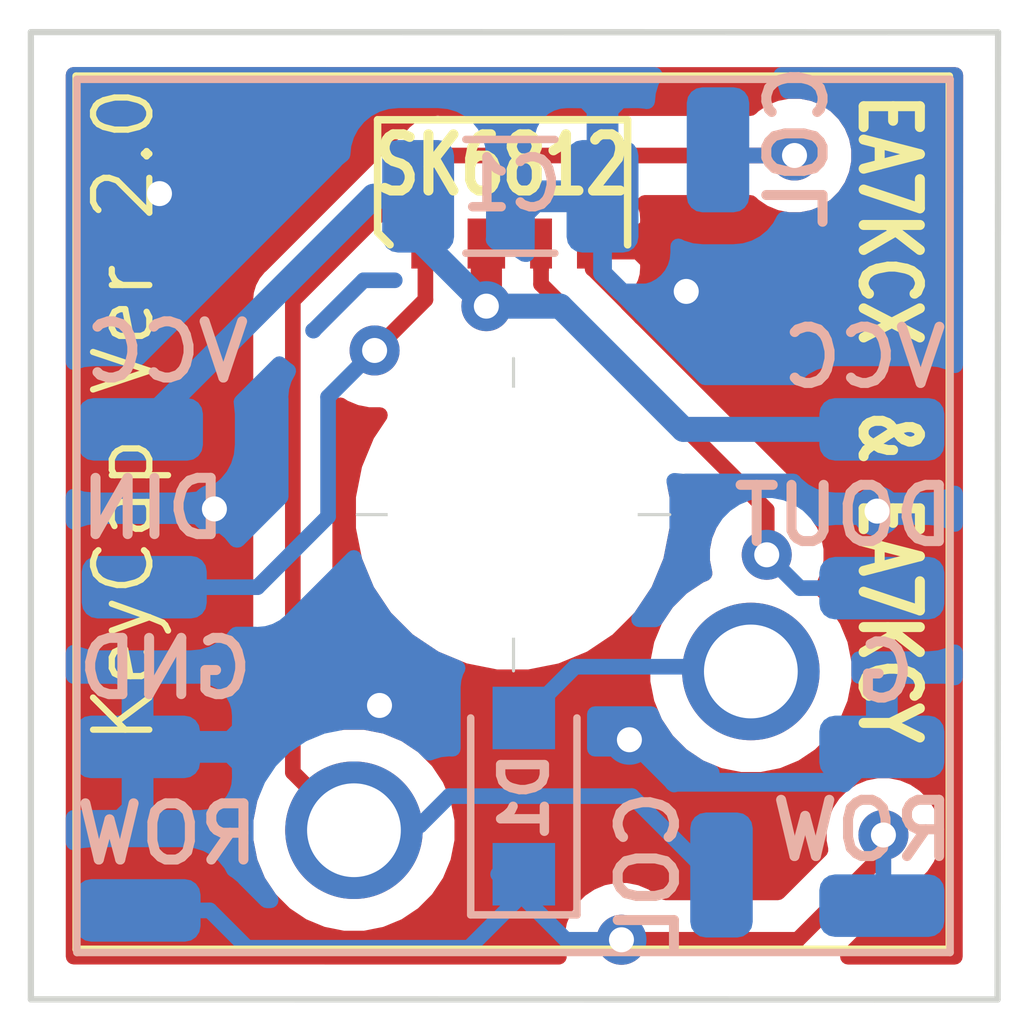
<source format=kicad_pcb>
(kicad_pcb (version 20171130) (host pcbnew 5.1.9)

  (general
    (thickness 1.6)
    (drawings 11)
    (tracks 93)
    (zones 0)
    (modules 14)
    (nets 8)
  )

  (page A4)
  (layers
    (0 F.Cu signal)
    (31 B.Cu signal)
    (32 B.Adhes user)
    (33 F.Adhes user)
    (34 B.Paste user)
    (35 F.Paste user)
    (36 B.SilkS user)
    (37 F.SilkS user)
    (38 B.Mask user)
    (39 F.Mask user)
    (40 Dwgs.User user)
    (41 Cmts.User user)
    (42 Eco1.User user)
    (43 Eco2.User user)
    (44 Edge.Cuts user)
    (45 Margin user)
    (46 B.CrtYd user)
    (47 F.CrtYd user)
    (48 B.Fab user)
    (49 F.Fab user)
  )

  (setup
    (last_trace_width 0.25)
    (trace_clearance 0.2)
    (zone_clearance 0.508)
    (zone_45_only no)
    (trace_min 0.2)
    (via_size 0.8)
    (via_drill 0.4)
    (via_min_size 0.4)
    (via_min_drill 0.3)
    (uvia_size 0.3)
    (uvia_drill 0.1)
    (uvias_allowed no)
    (uvia_min_size 0.2)
    (uvia_min_drill 0.1)
    (edge_width 0.05)
    (segment_width 0.2)
    (pcb_text_width 0.3)
    (pcb_text_size 1.5 1.5)
    (mod_edge_width 0.12)
    (mod_text_size 1 1)
    (mod_text_width 0.15)
    (pad_size 1 2)
    (pad_drill 0)
    (pad_to_mask_clearance 0)
    (solder_mask_min_width 0.1)
    (aux_axis_origin 0 0)
    (visible_elements FFFFF77F)
    (pcbplotparams
      (layerselection 0x010fc_ffffffff)
      (usegerberextensions false)
      (usegerberattributes true)
      (usegerberadvancedattributes true)
      (creategerberjobfile true)
      (excludeedgelayer true)
      (linewidth 0.100000)
      (plotframeref false)
      (viasonmask false)
      (mode 1)
      (useauxorigin false)
      (hpglpennumber 1)
      (hpglpenspeed 20)
      (hpglpendiameter 15.000000)
      (psnegative false)
      (psa4output false)
      (plotreference true)
      (plotvalue true)
      (plotinvisibletext false)
      (padsonsilk false)
      (subtractmaskfromsilk false)
      (outputformat 1)
      (mirror false)
      (drillshape 0)
      (scaleselection 1)
      (outputdirectory "./"))
  )

  (net 0 "")
  (net 1 /VCC)
  (net 2 GND)
  (net 3 /DIN)
  (net 4 /DOUT)
  (net 5 "Net-(D1-Pad2)")
  (net 6 /ROW)
  (net 7 /COL)

  (net_class Default "This is the default net class."
    (clearance 0.2)
    (trace_width 0.25)
    (via_dia 0.8)
    (via_drill 0.4)
    (uvia_dia 0.3)
    (uvia_drill 0.1)
    (add_net /COL)
    (add_net /DIN)
    (add_net /DOUT)
    (add_net /ROW)
    (add_net /VCC)
    (add_net GND)
    (add_net "Net-(D1-Pad2)")
  )

  (module Button_Switch_Keyboard:SW_Cherry_MX_1.00u_Plate (layer F.Cu) (tedit 604D1D86) (tstamp 604E72DE)
    (at 118.5799 118.3386 180)
    (descr "Cherry MX keyswitch, 1.00u, plate mount, http://cherryamericas.com/wp-content/uploads/2014/12/mx_cat.pdf")
    (tags "Cherry MX keyswitch 1.00u plate")
    (path /605DB0B6)
    (fp_text reference SW1 (at 0.635 3.175) (layer F.SilkS) hide
      (effects (font (size 1 1) (thickness 0.15)))
    )
    (fp_text value SW_Push_Open (at -2.54 12.954) (layer F.Fab) hide
      (effects (font (size 1 1) (thickness 0.15)))
    )
    (fp_line (start -9.525 12.065) (end -9.525 -1.905) (layer F.SilkS) (width 0.12))
    (fp_line (start 4.445 12.065) (end -9.525 12.065) (layer F.SilkS) (width 0.12))
    (fp_line (start 4.445 -1.905) (end 4.445 12.065) (layer F.SilkS) (width 0.12))
    (fp_line (start -9.525 -1.905) (end 4.445 -1.905) (layer F.SilkS) (width 0.12))
    (fp_line (start -10.668 13.208) (end -10.668 -3.048) (layer F.Fab) (width 0.15))
    (fp_line (start 5.588 13.208) (end -10.668 13.208) (layer F.Fab) (width 0.15))
    (fp_line (start 5.588 -3.048) (end 5.588 13.208) (layer F.Fab) (width 0.15))
    (fp_line (start -10.668 -3.048) (end 5.588 -3.048) (layer F.Fab) (width 0.15))
    (fp_line (start -9.14 -1.52) (end 4.06 -1.52) (layer F.CrtYd) (width 0.05))
    (fp_line (start 4.06 -1.52) (end 4.06 11.68) (layer F.CrtYd) (width 0.05))
    (fp_line (start 4.06 11.68) (end -9.14 11.68) (layer F.CrtYd) (width 0.05))
    (fp_line (start -9.14 11.68) (end -9.14 -1.52) (layer F.CrtYd) (width 0.05))
    (fp_line (start -8.89 11.43) (end -8.89 -1.27) (layer F.Fab) (width 0.1))
    (fp_line (start 3.81 11.43) (end -8.89 11.43) (layer F.Fab) (width 0.1))
    (fp_line (start 3.81 -1.27) (end 3.81 11.43) (layer F.Fab) (width 0.1))
    (fp_line (start -8.89 -1.27) (end 3.81 -1.27) (layer F.Fab) (width 0.1))
    (fp_text user %R (at -2.54 -2.794) (layer F.Fab) hide
      (effects (font (size 1 1) (thickness 0.15)))
    )
    (pad 1 thru_hole circle (at 0 0 180) (size 2.2 2.2) (drill 1.5) (layers *.Cu *.Mask)
      (net 7 /COL))
    (pad 2 thru_hole circle (at -6.35 2.54 180) (size 2.2 2.2) (drill 1.5) (layers *.Cu *.Mask)
      (net 5 "Net-(D1-Pad2)"))
    (pad "" np_thru_hole circle (at -2.54 5.08 180) (size 4 4) (drill 4) (layers *.Cu *.Mask))
    (model ${KISYS3DMOD}/Button_Switch_Keyboard.3dshapes/SW_Cherry_MX_1.00u_Plate.wrl
      (at (xyz 0 0 0))
      (scale (xyz 1 1 1))
      (rotate (xyz 0 0 0))
    )
  )

  (module Connector_Wire:SolderWirePad_1x01_SMD_1x2mm (layer B.Cu) (tedit 5DD6EB27) (tstamp 604E7279)
    (at 127.0254 117.0051 270)
    (descr "Wire Pad, Square, SMD Pad,  5mm x 10mm,")
    (tags "MesurementPoint Square SMDPad 5mmx10mm ")
    (path /6055F2B5)
    (attr virtual)
    (fp_text reference J6 (at 0 2.54 270) (layer B.SilkS) hide
      (effects (font (size 1 1) (thickness 0.15)) (justify mirror))
    )
    (fp_text value Conn_01x01_Female (at 0 -2.54 270) (layer B.Fab) hide
      (effects (font (size 1 1) (thickness 0.15)) (justify mirror))
    )
    (fp_line (start 0.63 1.27) (end -0.63 1.27) (layer B.CrtYd) (width 0.05))
    (fp_line (start 0.63 -1.27) (end 0.63 1.27) (layer B.CrtYd) (width 0.05))
    (fp_line (start -0.63 -1.27) (end 0.63 -1.27) (layer B.CrtYd) (width 0.05))
    (fp_line (start -0.63 1.27) (end -0.63 -1.27) (layer B.CrtYd) (width 0.05))
    (fp_line (start -0.63 1.27) (end 0.63 1.27) (layer B.Fab) (width 0.1))
    (fp_line (start 0.63 1.27) (end 0.63 -1.27) (layer B.Fab) (width 0.1))
    (fp_line (start 0.63 -1.27) (end -0.63 -1.27) (layer B.Fab) (width 0.1))
    (fp_line (start -0.63 -1.27) (end -0.63 1.27) (layer B.Fab) (width 0.1))
    (fp_text user %R (at 0 0 270) (layer B.Fab) hide
      (effects (font (size 1 1) (thickness 0.15)) (justify mirror))
    )
    (fp_text user G (at -1.19634 -0.05588) (layer B.SilkS)
      (effects (font (size 0.9 0.9) (thickness 0.16)) (justify mirror))
    )
    (pad 1 smd roundrect (at 0 0 270) (size 1 2) (layers B.Cu B.Paste B.Mask) (roundrect_rratio 0.25)
      (net 2 GND))
  )

  (module Battery:LED_SK6812_4020_ (layer F.Cu) (tedit 604E61BB) (tstamp 604E7305)
    (at 121.158 107.7722)
    (fp_text reference REF** (at 0.08 -1.61) (layer F.SilkS) hide
      (effects (font (size 1 1) (thickness 0.15)))
    )
    (fp_text value SK6812 (at -0.2032 -0.0762) (layer F.SilkS)
      (effects (font (size 0.9 0.7) (thickness 0.16)))
    )
    (fp_line (start -2.2 1) (end -2 1.2) (layer F.SilkS) (width 0.12))
    (fp_line (start -2.2 -0.8) (end -2.2 1) (layer F.SilkS) (width 0.12))
    (fp_line (start 1.8 -0.8) (end -2.2 -0.8) (layer F.SilkS) (width 0.12))
    (fp_line (start 1.8 1.2) (end 1.8 -0.8) (layer F.SilkS) (width 0.12))
    (pad 1 smd rect (at -1.435 1.18) (size 0.45 0.8) (layers F.Cu F.Paste F.Mask)
      (net 3 /DIN))
    (pad 2 smd rect (at -0.46 1.18) (size 0.6 0.8) (layers F.Cu F.Paste F.Mask)
      (net 1 /VCC))
    (pad 3 smd rect (at 0.415 1.18) (size 0.35 0.8) (layers F.Cu F.Paste F.Mask)
      (net 4 /DOUT))
    (pad 4 smd rect (at 1.24 1.18) (size 0.5 0.8) (layers F.Cu F.Paste F.Mask)
      (net 2 GND))
  )

  (module Connector_Wire:SolderWirePad_1x01_SMD_1x2mm (layer B.Cu) (tedit 5DD6EB27) (tstamp 604E729A)
    (at 115.1636 111.9251 90)
    (descr "Wire Pad, Square, SMD Pad,  5mm x 10mm,")
    (tags "MesurementPoint Square SMDPad 5mmx10mm ")
    (path /60553D99)
    (attr virtual)
    (fp_text reference J1 (at 0 2.54 270) (layer B.SilkS) hide
      (effects (font (size 1 1) (thickness 0.15)) (justify mirror))
    )
    (fp_text value Conn_01x01_Female (at 0 -2.54 270) (layer B.Fab) hide
      (effects (font (size 1 1) (thickness 0.15)) (justify mirror))
    )
    (fp_line (start 0.63 1.27) (end -0.63 1.27) (layer B.CrtYd) (width 0.05))
    (fp_line (start 0.63 -1.27) (end 0.63 1.27) (layer B.CrtYd) (width 0.05))
    (fp_line (start -0.63 -1.27) (end 0.63 -1.27) (layer B.CrtYd) (width 0.05))
    (fp_line (start -0.63 1.27) (end -0.63 -1.27) (layer B.CrtYd) (width 0.05))
    (fp_line (start -0.63 1.27) (end 0.63 1.27) (layer B.Fab) (width 0.1))
    (fp_line (start 0.63 1.27) (end 0.63 -1.27) (layer B.Fab) (width 0.1))
    (fp_line (start 0.63 -1.27) (end -0.63 -1.27) (layer B.Fab) (width 0.1))
    (fp_line (start -0.63 -1.27) (end -0.63 1.27) (layer B.Fab) (width 0.1))
    (fp_text user %R (at 0 0 270) (layer B.Fab) hide
      (effects (font (size 1 1) (thickness 0.15)) (justify mirror))
    )
    (fp_text user VCC (at 1.23698 0.42672) (layer B.SilkS)
      (effects (font (size 0.9 0.9) (thickness 0.16)) (justify mirror))
    )
    (pad 1 smd roundrect (at 0 0 90) (size 1 2) (layers B.Cu B.Paste B.Mask) (roundrect_rratio 0.25)
      (net 1 /VCC))
  )

  (module Connector_Wire:SolderWirePad_1x01_SMD_1x2mm (layer B.Cu) (tedit 5DD6EB27) (tstamp 604E72CE)
    (at 115.11788 117.0051 270)
    (descr "Wire Pad, Square, SMD Pad,  5mm x 10mm,")
    (tags "MesurementPoint Square SMDPad 5mmx10mm ")
    (path /60553595)
    (attr virtual)
    (fp_text reference J3 (at 0 2.54 270) (layer B.SilkS) hide
      (effects (font (size 1 1) (thickness 0.15)) (justify mirror))
    )
    (fp_text value Conn_01x01_Female (at 0 -2.54 270) (layer B.Fab) hide
      (effects (font (size 1 1) (thickness 0.15)) (justify mirror))
    )
    (fp_line (start 0.63 1.27) (end -0.63 1.27) (layer B.CrtYd) (width 0.05))
    (fp_line (start 0.63 -1.27) (end 0.63 1.27) (layer B.CrtYd) (width 0.05))
    (fp_line (start -0.63 -1.27) (end 0.63 -1.27) (layer B.CrtYd) (width 0.05))
    (fp_line (start -0.63 1.27) (end -0.63 -1.27) (layer B.CrtYd) (width 0.05))
    (fp_line (start -0.63 1.27) (end 0.63 1.27) (layer B.Fab) (width 0.1))
    (fp_line (start 0.63 1.27) (end 0.63 -1.27) (layer B.Fab) (width 0.1))
    (fp_line (start 0.63 -1.27) (end -0.63 -1.27) (layer B.Fab) (width 0.1))
    (fp_line (start -0.63 -1.27) (end -0.63 1.27) (layer B.Fab) (width 0.1))
    (fp_text user %R (at 0 0 270) (layer B.Fab) hide
      (effects (font (size 1 1) (thickness 0.15)) (justify mirror))
    )
    (fp_text user GND (at -1.25222 -0.44196 180) (layer B.SilkS)
      (effects (font (size 0.9 0.9) (thickness 0.16)) (justify mirror))
    )
    (pad 1 smd roundrect (at 0 0 270) (size 1 2) (layers B.Cu B.Paste B.Mask) (roundrect_rratio 0.25)
      (net 2 GND))
  )

  (module Connector_Wire:SolderWirePad_1x01_SMD_1x2mm (layer B.Cu) (tedit 5DD6EB27) (tstamp 604E7237)
    (at 127.0254 114.4651 270)
    (descr "Wire Pad, Square, SMD Pad,  5mm x 10mm,")
    (tags "MesurementPoint Square SMDPad 5mmx10mm ")
    (path /6055F6F8)
    (attr virtual)
    (fp_text reference J5 (at 0 2.54 270) (layer B.SilkS) hide
      (effects (font (size 1 1) (thickness 0.15)) (justify mirror))
    )
    (fp_text value Conn_01x01_Female (at 0 -2.54 270) (layer B.Fab) hide
      (effects (font (size 1 1) (thickness 0.15)) (justify mirror))
    )
    (fp_line (start 0.63 1.27) (end -0.63 1.27) (layer B.CrtYd) (width 0.05))
    (fp_line (start 0.63 -1.27) (end 0.63 1.27) (layer B.CrtYd) (width 0.05))
    (fp_line (start -0.63 -1.27) (end 0.63 -1.27) (layer B.CrtYd) (width 0.05))
    (fp_line (start -0.63 1.27) (end -0.63 -1.27) (layer B.CrtYd) (width 0.05))
    (fp_line (start -0.63 1.27) (end 0.63 1.27) (layer B.Fab) (width 0.1))
    (fp_line (start 0.63 1.27) (end 0.63 -1.27) (layer B.Fab) (width 0.1))
    (fp_line (start 0.63 -1.27) (end -0.63 -1.27) (layer B.Fab) (width 0.1))
    (fp_line (start -0.63 -1.27) (end -0.63 1.27) (layer B.Fab) (width 0.1))
    (fp_text user %R (at 0 0 270) (layer B.Fab) hide
      (effects (font (size 1 1) (thickness 0.15)) (justify mirror))
    )
    (fp_text user DOUT (at -1.16078 0.6096) (layer B.SilkS)
      (effects (font (size 0.9 0.9) (thickness 0.16)) (justify mirror))
    )
    (pad 1 smd roundrect (at 0 0 270) (size 1 2) (layers B.Cu B.Paste B.Mask) (roundrect_rratio 0.25)
      (net 4 /DOUT))
  )

  (module Connector_Wire:SolderWirePad_1x01_SMD_1x2mm (layer B.Cu) (tedit 5DD6EB27) (tstamp 604E72A8)
    (at 127.0254 111.9251 270)
    (descr "Wire Pad, Square, SMD Pad,  5mm x 10mm,")
    (tags "MesurementPoint Square SMDPad 5mmx10mm ")
    (path /6055FBC7)
    (attr virtual)
    (fp_text reference J4 (at 0 2.54 270) (layer B.SilkS) hide
      (effects (font (size 1 1) (thickness 0.15)) (justify mirror))
    )
    (fp_text value Conn_01x01_Female (at 0 -2.54 270) (layer B.Fab) hide
      (effects (font (size 1 1) (thickness 0.15)) (justify mirror))
    )
    (fp_line (start 0.63 1.27) (end -0.63 1.27) (layer B.CrtYd) (width 0.05))
    (fp_line (start 0.63 -1.27) (end 0.63 1.27) (layer B.CrtYd) (width 0.05))
    (fp_line (start -0.63 -1.27) (end 0.63 -1.27) (layer B.CrtYd) (width 0.05))
    (fp_line (start -0.63 1.27) (end -0.63 -1.27) (layer B.CrtYd) (width 0.05))
    (fp_line (start -0.63 1.27) (end 0.63 1.27) (layer B.Fab) (width 0.1))
    (fp_line (start 0.63 1.27) (end 0.63 -1.27) (layer B.Fab) (width 0.1))
    (fp_line (start 0.63 -1.27) (end -0.63 -1.27) (layer B.Fab) (width 0.1))
    (fp_line (start -0.63 -1.27) (end -0.63 1.27) (layer B.Fab) (width 0.1))
    (fp_text user %R (at 0 0 270) (layer B.Fab) hide
      (effects (font (size 1 1) (thickness 0.15)) (justify mirror))
    )
    (fp_text user VCC (at -1.15062 0.2794) (layer B.SilkS)
      (effects (font (size 0.9 0.9) (thickness 0.16)) (justify mirror))
    )
    (pad 1 smd roundrect (at 0 0 270) (size 1 2) (layers B.Cu B.Paste B.Mask) (roundrect_rratio 0.25)
      (net 1 /VCC))
  )

  (module Capacitor_SMD:C_1206_3216Metric (layer B.Cu) (tedit 5F68FEEE) (tstamp 604E7214)
    (at 121.0818 108.19638)
    (descr "Capacitor SMD 1206 (3216 Metric), square (rectangular) end terminal, IPC_7351 nominal, (Body size source: IPC-SM-782 page 76, https://www.pcb-3d.com/wordpress/wp-content/uploads/ipc-sm-782a_amendment_1_and_2.pdf), generated with kicad-footprint-generator")
    (tags capacitor)
    (path /604BD4CF)
    (attr smd)
    (fp_text reference C1 (at 0 1.85 180) (layer B.SilkS) hide
      (effects (font (size 1 1) (thickness 0.15)) (justify mirror))
    )
    (fp_text value 0.1uF (at 0 -1.85 180) (layer B.Fab) hide
      (effects (font (size 1 1) (thickness 0.15)) (justify mirror))
    )
    (fp_line (start 2.3 -1.15) (end -2.3 -1.15) (layer B.CrtYd) (width 0.05))
    (fp_line (start 2.3 1.15) (end 2.3 -1.15) (layer B.CrtYd) (width 0.05))
    (fp_line (start -2.3 1.15) (end 2.3 1.15) (layer B.CrtYd) (width 0.05))
    (fp_line (start -2.3 -1.15) (end -2.3 1.15) (layer B.CrtYd) (width 0.05))
    (fp_line (start -0.711252 -0.91) (end 0.711252 -0.91) (layer B.SilkS) (width 0.12))
    (fp_line (start -0.711252 0.91) (end 0.711252 0.91) (layer B.SilkS) (width 0.12))
    (fp_line (start 1.6 -0.8) (end -1.6 -0.8) (layer B.Fab) (width 0.1))
    (fp_line (start 1.6 0.8) (end 1.6 -0.8) (layer B.Fab) (width 0.1))
    (fp_line (start -1.6 0.8) (end 1.6 0.8) (layer B.Fab) (width 0.1))
    (fp_line (start -1.6 -0.8) (end -1.6 0.8) (layer B.Fab) (width 0.1))
    (fp_text user %R (at 0.0254 -0.19558 180) (layer B.SilkS)
      (effects (font (size 0.8 0.8) (thickness 0.15)) (justify mirror))
    )
    (pad 1 smd roundrect (at -1.475 0) (size 1.15 1.8) (layers B.Cu B.Paste B.Mask) (roundrect_rratio 0.2173904347826087)
      (net 1 /VCC))
    (pad 2 smd roundrect (at 1.475 0) (size 1.15 1.8) (layers B.Cu B.Paste B.Mask) (roundrect_rratio 0.2173904347826087)
      (net 2 GND))
    (model ${KISYS3DMOD}/Capacitor_SMD.3dshapes/C_1206_3216Metric.wrl
      (at (xyz 0 0 0))
      (scale (xyz 1 1 1))
      (rotate (xyz 0 0 0))
    )
  )

  (module Connector_Wire:SolderWirePad_1x01_SMD_1x2mm (layer B.Cu) (tedit 5DD6EB27) (tstamp 604E7247)
    (at 124.46 119.05488 180)
    (descr "Wire Pad, Square, SMD Pad,  5mm x 10mm,")
    (tags "MesurementPoint Square SMDPad 5mmx10mm ")
    (path /6059A672)
    (attr virtual)
    (fp_text reference J8 (at 0 2.54) (layer B.SilkS) hide
      (effects (font (size 1 1) (thickness 0.15)) (justify mirror))
    )
    (fp_text value Conn_01x01_Female (at 0 -2.54) (layer B.Fab) hide
      (effects (font (size 1 1) (thickness 0.15)) (justify mirror))
    )
    (fp_line (start -0.63 -1.27) (end -0.63 1.27) (layer B.Fab) (width 0.1))
    (fp_line (start 0.63 -1.27) (end -0.63 -1.27) (layer B.Fab) (width 0.1))
    (fp_line (start 0.63 1.27) (end 0.63 -1.27) (layer B.Fab) (width 0.1))
    (fp_line (start -0.63 1.27) (end 0.63 1.27) (layer B.Fab) (width 0.1))
    (fp_line (start -0.63 1.27) (end -0.63 -1.27) (layer B.CrtYd) (width 0.05))
    (fp_line (start -0.63 -1.27) (end 0.63 -1.27) (layer B.CrtYd) (width 0.05))
    (fp_line (start 0.63 -1.27) (end 0.63 1.27) (layer B.CrtYd) (width 0.05))
    (fp_line (start 0.63 1.27) (end -0.63 1.27) (layer B.CrtYd) (width 0.05))
    (fp_text user COL (at 1.1684 0.0508 270) (layer B.SilkS)
      (effects (font (size 0.9 0.9) (thickness 0.16)) (justify mirror))
    )
    (fp_text user %R (at 0 0) (layer B.Fab) hide
      (effects (font (size 1 1) (thickness 0.15)) (justify mirror))
    )
    (pad 1 smd roundrect (at 0 0 180) (size 1 2) (layers B.Cu B.Paste B.Mask) (roundrect_rratio 0.25)
      (net 7 /COL))
  )

  (module Connector_Wire:SolderWirePad_1x01_SMD_1x2mm (layer B.Cu) (tedit 5DD6EB27) (tstamp 604E71FA)
    (at 115.1255 119.6213 90)
    (descr "Wire Pad, Square, SMD Pad,  5mm x 10mm,")
    (tags "MesurementPoint Square SMDPad 5mmx10mm ")
    (path /6062AF6E)
    (attr virtual)
    (fp_text reference J10 (at 0 2.54 270) (layer B.SilkS) hide
      (effects (font (size 1 1) (thickness 0.15)) (justify mirror))
    )
    (fp_text value Conn_01x01_Female (at 0 -2.54 270) (layer B.Fab) hide
      (effects (font (size 1 1) (thickness 0.15)) (justify mirror))
    )
    (fp_line (start 0.63 1.27) (end -0.63 1.27) (layer B.CrtYd) (width 0.05))
    (fp_line (start 0.63 -1.27) (end 0.63 1.27) (layer B.CrtYd) (width 0.05))
    (fp_line (start -0.63 -1.27) (end 0.63 -1.27) (layer B.CrtYd) (width 0.05))
    (fp_line (start -0.63 1.27) (end -0.63 -1.27) (layer B.CrtYd) (width 0.05))
    (fp_line (start -0.63 1.27) (end 0.63 1.27) (layer B.Fab) (width 0.1))
    (fp_line (start 0.63 1.27) (end 0.63 -1.27) (layer B.Fab) (width 0.1))
    (fp_line (start 0.63 -1.27) (end -0.63 -1.27) (layer B.Fab) (width 0.1))
    (fp_line (start -0.63 -1.27) (end -0.63 1.27) (layer B.Fab) (width 0.1))
    (fp_text user ROW (at 1.22174 0.46482 180) (layer B.SilkS)
      (effects (font (size 0.9 0.9) (thickness 0.16)) (justify mirror))
    )
    (fp_text user %R (at 0 0 270) (layer B.Fab) hide
      (effects (font (size 1 1) (thickness 0.15)) (justify mirror))
    )
    (pad 1 smd roundrect (at 0 0 90) (size 1 2) (layers B.Cu B.Paste B.Mask) (roundrect_rratio 0.25)
      (net 6 /ROW))
  )

  (module Connector_Wire:SolderWirePad_1x01_SMD_1x2mm (layer B.Cu) (tedit 5DD6EB27) (tstamp 604E72B8)
    (at 124.40412 107.45216)
    (descr "Wire Pad, Square, SMD Pad,  5mm x 10mm,")
    (tags "MesurementPoint Square SMDPad 5mmx10mm ")
    (path /6059A66C)
    (attr virtual)
    (fp_text reference J9 (at 0 2.54) (layer B.SilkS) hide
      (effects (font (size 1 1) (thickness 0.15)) (justify mirror))
    )
    (fp_text value Conn_01x01_Female (at 0 -2.54) (layer B.Fab) hide
      (effects (font (size 1 1) (thickness 0.15)) (justify mirror))
    )
    (fp_line (start -0.63 -1.27) (end -0.63 1.27) (layer B.Fab) (width 0.1))
    (fp_line (start 0.63 -1.27) (end -0.63 -1.27) (layer B.Fab) (width 0.1))
    (fp_line (start 0.63 1.27) (end 0.63 -1.27) (layer B.Fab) (width 0.1))
    (fp_line (start -0.63 1.27) (end 0.63 1.27) (layer B.Fab) (width 0.1))
    (fp_line (start -0.63 1.27) (end -0.63 -1.27) (layer B.CrtYd) (width 0.05))
    (fp_line (start -0.63 -1.27) (end 0.63 -1.27) (layer B.CrtYd) (width 0.05))
    (fp_line (start 0.63 -1.27) (end 0.63 1.27) (layer B.CrtYd) (width 0.05))
    (fp_line (start 0.63 1.27) (end -0.63 1.27) (layer B.CrtYd) (width 0.05))
    (fp_text user COL (at 1.26492 -0.04826 -90) (layer B.SilkS)
      (effects (font (size 0.9 0.9) (thickness 0.16)) (justify mirror))
    )
    (fp_text user %R (at 0 0) (layer B.Fab) hide
      (effects (font (size 1 1) (thickness 0.15)) (justify mirror))
    )
    (pad 1 smd roundrect (at 0 0) (size 1 2) (layers B.Cu B.Paste B.Mask) (roundrect_rratio 0.25)
      (net 7 /COL))
  )

  (module Diode_SMD:D_SOD-323_HandSoldering (layer B.Cu) (tedit 58641869) (tstamp 604E725F)
    (at 121.2977 117.7925 90)
    (descr SOD-323)
    (tags SOD-323)
    (path /6059A657)
    (attr smd)
    (fp_text reference D1 (at -0.0127 0.0127 270) (layer B.SilkS)
      (effects (font (size 0.7 0.7) (thickness 0.15)) (justify mirror))
    )
    (fp_text value 1N4148 (at 0.1 -1.9 270) (layer B.Fab) hide
      (effects (font (size 1 1) (thickness 0.15)) (justify mirror))
    )
    (fp_line (start -1.9 0.85) (end 1.25 0.85) (layer B.SilkS) (width 0.12))
    (fp_line (start -1.9 -0.85) (end 1.25 -0.85) (layer B.SilkS) (width 0.12))
    (fp_line (start -2 0.95) (end -2 -0.95) (layer B.CrtYd) (width 0.05))
    (fp_line (start -2 -0.95) (end 2 -0.95) (layer B.CrtYd) (width 0.05))
    (fp_line (start 2 0.95) (end 2 -0.95) (layer B.CrtYd) (width 0.05))
    (fp_line (start -2 0.95) (end 2 0.95) (layer B.CrtYd) (width 0.05))
    (fp_line (start -0.9 0.7) (end 0.9 0.7) (layer B.Fab) (width 0.1))
    (fp_line (start 0.9 0.7) (end 0.9 -0.7) (layer B.Fab) (width 0.1))
    (fp_line (start 0.9 -0.7) (end -0.9 -0.7) (layer B.Fab) (width 0.1))
    (fp_line (start -0.9 -0.7) (end -0.9 0.7) (layer B.Fab) (width 0.1))
    (fp_line (start -0.3 0.35) (end -0.3 -0.35) (layer B.Fab) (width 0.1))
    (fp_line (start -0.3 0) (end -0.5 0) (layer B.Fab) (width 0.1))
    (fp_line (start -0.3 0) (end 0.2 0.35) (layer B.Fab) (width 0.1))
    (fp_line (start 0.2 0.35) (end 0.2 -0.35) (layer B.Fab) (width 0.1))
    (fp_line (start 0.2 -0.35) (end -0.3 0) (layer B.Fab) (width 0.1))
    (fp_line (start 0.2 0) (end 0.45 0) (layer B.Fab) (width 0.1))
    (fp_line (start -1.9 0.85) (end -1.9 -0.85) (layer B.SilkS) (width 0.12))
    (fp_text user %R (at 0 1.85 270) (layer B.Fab) hide
      (effects (font (size 1 1) (thickness 0.15)) (justify mirror))
    )
    (pad 1 smd rect (at -1.25 0 90) (size 1 1) (layers B.Cu B.Paste B.Mask)
      (net 6 /ROW))
    (pad 2 smd rect (at 1.25 0 90) (size 1 1) (layers B.Cu B.Paste B.Mask)
      (net 5 "Net-(D1-Pad2)"))
    (model ${KISYS3DMOD}/Diode_SMD.3dshapes/D_SOD-323.wrl
      (at (xyz 0 0 0))
      (scale (xyz 1 1 1))
      (rotate (xyz 0 0 0))
    )
  )

  (module Connector_Wire:SolderWirePad_1x01_SMD_1x2mm (layer B.Cu) (tedit 5DD6EB27) (tstamp 604E7228)
    (at 127.0254 119.5451 270)
    (descr "Wire Pad, Square, SMD Pad,  5mm x 10mm,")
    (tags "MesurementPoint Square SMDPad 5mmx10mm ")
    (path /6059A666)
    (attr virtual)
    (fp_text reference J7 (at 0 2.54 270) (layer B.SilkS) hide
      (effects (font (size 1 1) (thickness 0.15)) (justify mirror))
    )
    (fp_text value Conn_01x01_Female (at 0 -2.54 270) (layer B.Fab) hide
      (effects (font (size 1 1) (thickness 0.15)) (justify mirror))
    )
    (fp_line (start 0.63 1.27) (end -0.63 1.27) (layer B.CrtYd) (width 0.05))
    (fp_line (start 0.63 -1.27) (end 0.63 1.27) (layer B.CrtYd) (width 0.05))
    (fp_line (start -0.63 -1.27) (end 0.63 -1.27) (layer B.CrtYd) (width 0.05))
    (fp_line (start -0.63 1.27) (end -0.63 -1.27) (layer B.CrtYd) (width 0.05))
    (fp_line (start -0.63 1.27) (end 0.63 1.27) (layer B.Fab) (width 0.1))
    (fp_line (start 0.63 1.27) (end 0.63 -1.27) (layer B.Fab) (width 0.1))
    (fp_line (start 0.63 -1.27) (end -0.63 -1.27) (layer B.Fab) (width 0.1))
    (fp_line (start -0.63 -1.27) (end -0.63 1.27) (layer B.Fab) (width 0.1))
    (fp_text user %R (at 0 0 270) (layer B.Fab) hide
      (effects (font (size 1 1) (thickness 0.15)) (justify mirror))
    )
    (fp_text user ROW (at -1.20142 0.3048 180) (layer B.SilkS)
      (effects (font (size 0.9 0.9) (thickness 0.16)) (justify mirror))
    )
    (pad 1 smd roundrect (at 0 0 270) (size 1 2) (layers B.Cu B.Paste B.Mask) (roundrect_rratio 0.25)
      (net 6 /ROW))
  )

  (module Connector_Wire:SolderWirePad_1x01_SMD_1x2mm (layer B.Cu) (tedit 5DD6EB27) (tstamp 604E7289)
    (at 115.22456 114.44986 270)
    (descr "Wire Pad, Square, SMD Pad,  5mm x 10mm,")
    (tags "MesurementPoint Square SMDPad 5mmx10mm ")
    (path /60553AA1)
    (attr virtual)
    (fp_text reference J2 (at 0 2.54 270) (layer B.SilkS) hide
      (effects (font (size 1 1) (thickness 0.15)) (justify mirror))
    )
    (fp_text value Conn_01x01_Female (at 0 -2.54 270) (layer B.Fab) hide
      (effects (font (size 1 1) (thickness 0.15)) (justify mirror))
    )
    (fp_line (start 0.63 1.27) (end -0.63 1.27) (layer B.CrtYd) (width 0.05))
    (fp_line (start 0.63 -1.27) (end 0.63 1.27) (layer B.CrtYd) (width 0.05))
    (fp_line (start -0.63 -1.27) (end 0.63 -1.27) (layer B.CrtYd) (width 0.05))
    (fp_line (start -0.63 1.27) (end -0.63 -1.27) (layer B.CrtYd) (width 0.05))
    (fp_line (start -0.63 1.27) (end 0.63 1.27) (layer B.Fab) (width 0.1))
    (fp_line (start 0.63 1.27) (end 0.63 -1.27) (layer B.Fab) (width 0.1))
    (fp_line (start 0.63 -1.27) (end -0.63 -1.27) (layer B.Fab) (width 0.1))
    (fp_line (start -0.63 -1.27) (end -0.63 1.27) (layer B.Fab) (width 0.1))
    (fp_text user %R (at 0 0 270) (layer B.Fab) hide
      (effects (font (size 1 1) (thickness 0.15)) (justify mirror))
    )
    (fp_text user DIN (at -1.2573 -0.14224) (layer B.SilkS)
      (effects (font (size 0.9 0.9) (thickness 0.16)) (justify mirror))
    )
    (pad 1 smd roundrect (at 0 0 270) (size 1 2) (layers B.Cu B.Paste B.Mask) (roundrect_rratio 0.25)
      (net 3 /DIN))
  )

  (gr_text "KeyCap Ver 2.0" (at 114.89436 111.69396 90) (layer F.SilkS)
    (effects (font (size 0.9 0.9) (thickness 0.1)))
  )
  (gr_line (start 128.1176 106.3244) (end 114.1476 106.3244) (layer B.SilkS) (width 0.12) (tstamp 606D6DB2))
  (gr_line (start 128.1176 120.2944) (end 128.1176 106.3244) (layer B.SilkS) (width 0.12))
  (gr_line (start 114.1476 120.2944) (end 128.1176 120.2944) (layer B.SilkS) (width 0.12))
  (gr_line (start 114.1476 106.3244) (end 114.1476 120.2944) (layer B.SilkS) (width 0.12))
  (gr_line (start 128.87706 121.04624) (end 113.41114 121.04436) (layer Edge.Cuts) (width 0.1) (tstamp 604E7212))
  (gr_text "EA7KCX  & EA7KCY\n" (at 127.14224 111.75492 -90) (layer F.SilkS) (tstamp 604E71ED)
    (effects (font (size 0.9 0.7) (thickness 0.16)))
  )
  (gr_line (start 113.41114 121.04436) (end 113.41114 105.56936) (layer Edge.Cuts) (width 0.1) (tstamp 604E71E9))
  (gr_line (start 128.88468 105.57256) (end 128.87706 121.04624) (layer Edge.Cuts) (width 0.1) (tstamp 604E72C6))
  (target plus (at 121.1326 113.28908) (size 5) (width 0.05) (layer Edge.Cuts) (tstamp 604E72B6))
  (gr_line (start 113.41114 105.56936) (end 128.88468 105.57256) (layer Edge.Cuts) (width 0.1) (tstamp 604E72DC))

  (segment (start 122.1178 115.7224) (end 121.2977 116.5425) (width 0.25) (layer B.Cu) (net 5))
  (segment (start 124.8029 115.7224) (end 122.1178 115.7224) (width 0.25) (layer B.Cu) (net 5))
  (segment (start 121.2977 119.0425) (end 120.8859 119.0425) (width 0.25) (layer B.Cu) (net 6))
  (segment (start 118.5799 118.3894) (end 117.602 117.4115) (width 0.25) (layer F.Cu) (net 7))
  (segment (start 117.602 109.863198) (end 119.921598 107.5436) (width 0.25) (layer F.Cu) (net 7))
  (segment (start 117.602 117.4115) (end 117.602 109.863198) (width 0.25) (layer F.Cu) (net 7))
  (segment (start 123.9393 107.5436) (end 123.9393 107.5436) (width 0.25) (layer F.Cu) (net 7) (tstamp 606B306E))
  (segment (start 119.921598 107.5436) (end 123.9393 107.5436) (width 0.25) (layer F.Cu) (net 7))
  (segment (start 123.9393 107.5436) (end 125.6284 107.5436) (width 0.25) (layer F.Cu) (net 7))
  (segment (start 125.6284 107.5436) (end 125.6284 107.5436) (width 0.25) (layer F.Cu) (net 7) (tstamp 606DA1AF))
  (via (at 125.6284 107.5436) (size 0.8) (drill 0.4) (layers F.Cu B.Cu) (net 7))
  (segment (start 124.46 107.5436) (end 124.4092 107.4928) (width 0.25) (layer B.Cu) (net 7))
  (segment (start 125.6284 107.5436) (end 124.46 107.5436) (width 0.25) (layer B.Cu) (net 7))
  (segment (start 123.0249 117.7925) (end 124.4092 119.1768) (width 0.25) (layer B.Cu) (net 7))
  (segment (start 120.1039 117.7925) (end 123.0249 117.7925) (width 0.25) (layer B.Cu) (net 7))
  (segment (start 119.634 118.2624) (end 120.1039 117.7925) (width 0.25) (layer B.Cu) (net 7))
  (segment (start 118.4529 118.2624) (end 119.634 118.2624) (width 0.25) (layer B.Cu) (net 7))
  (segment (start 127.0508 118.4148) (end 127.0508 118.4148) (width 0.25) (layer F.Cu) (net 6) (tstamp 606DA201))
  (via (at 127.0508 118.4148) (size 0.8) (drill 0.4) (layers F.Cu B.Cu) (net 6))
  (segment (start 127.0508 119.5197) (end 127.0254 119.5451) (width 0.25) (layer B.Cu) (net 6))
  (segment (start 127.0508 118.4148) (end 127.0508 119.5197) (width 0.25) (layer B.Cu) (net 6))
  (segment (start 121.2977 119.0425) (end 121.2977 119.4181) (width 0.25) (layer B.Cu) (net 6))
  (segment (start 121.2977 119.4181) (end 121.9708 120.0912) (width 0.25) (layer B.Cu) (net 6))
  (segment (start 121.9708 120.0912) (end 122.7836 120.0912) (width 0.25) (layer B.Cu) (net 6))
  (segment (start 122.7836 120.0912) (end 122.7836 120.0912) (width 0.25) (layer B.Cu) (net 6) (tstamp 606DA256))
  (via (at 122.8598 120.0912) (size 0.8) (drill 0.4) (layers F.Cu B.Cu) (net 6))
  (segment (start 127.0508 118.7196) (end 127.0508 118.4148) (width 0.25) (layer F.Cu) (net 6))
  (segment (start 125.6792 120.0912) (end 127.0508 118.7196) (width 0.25) (layer F.Cu) (net 6))
  (segment (start 122.7836 120.0912) (end 125.6792 120.0912) (width 0.25) (layer F.Cu) (net 6))
  (segment (start 121.2977 119.3419) (end 121.2977 119.0425) (width 0.25) (layer B.Cu) (net 6))
  (segment (start 120.4214 120.2182) (end 121.2977 119.3419) (width 0.25) (layer B.Cu) (net 6))
  (segment (start 116.87048 120.2182) (end 120.4214 120.2182) (width 0.25) (layer B.Cu) (net 6))
  (segment (start 116.27358 119.6213) (end 116.87048 120.2182) (width 0.25) (layer B.Cu) (net 6))
  (segment (start 115.1509 119.6213) (end 116.27358 119.6213) (width 0.25) (layer B.Cu) (net 6))
  (segment (start 117.92712 110.34268) (end 117.93728 110.34268) (width 0.25) (layer B.Cu) (net 0))
  (segment (start 117.92712 110.34268) (end 117.9322 110.34268) (width 0.25) (layer B.Cu) (net 0))
  (segment (start 117.9322 110.34268) (end 118.73484 109.54004) (width 0.25) (layer B.Cu) (net 0))
  (segment (start 118.73484 109.54004) (end 119.23268 109.54004) (width 0.25) (layer B.Cu) (net 0))
  (segment (start 119.918 108.9452) (end 119.38 108.4072) (width 0.25) (layer B.Cu) (net 1) (tstamp 604E7304))
  (segment (start 119.918 108.9522) (end 119.918 108.9452) (width 0.25) (layer B.Cu) (net 1) (tstamp 604E72F9))
  (segment (start 119.6068 108.4819) (end 119.6068 108.19638) (width 0.25) (layer B.Cu) (net 1))
  (segment (start 120.698 109.9538) (end 120.698 109.9538) (width 0.25) (layer F.Cu) (net 1) (tstamp 606B0D10))
  (via (at 120.698 109.9538) (size 0.8) (drill 0.4) (layers F.Cu B.Cu) (net 1))
  (segment (start 120.698 108.9522) (end 120.698 109.9538) (width 0.5) (layer F.Cu) (net 1))
  (segment (start 119.6068 108.19638) (end 119.6068 108.8408) (width 0.25) (layer B.Cu) (net 1))
  (segment (start 119.6068 108.8626) (end 120.698 109.9538) (width 0.4) (layer B.Cu) (net 1))
  (segment (start 119.6068 108.19638) (end 119.6068 108.8626) (width 0.25) (layer B.Cu) (net 1))
  (segment (start 127.0254 111.9251) (end 123.8504 111.9251) (width 0.4) (layer B.Cu) (net 1))
  (segment (start 121.8791 109.9538) (end 120.698 109.9538) (width 0.4) (layer B.Cu) (net 1))
  (segment (start 123.8504 111.9251) (end 121.8791 109.9538) (width 0.4) (layer B.Cu) (net 1))
  (segment (start 118.89232 108.19638) (end 119.6068 108.19638) (width 0.4) (layer B.Cu) (net 1))
  (segment (start 115.1636 111.9251) (end 118.89232 108.19638) (width 0.4) (layer B.Cu) (net 1))
  (via (at 122.9868 116.8908) (size 0.8) (drill 0.4) (layers F.Cu B.Cu) (net 2))
  (segment (start 122.398 108.9522) (end 122.398 109.2027) (width 0.25) (layer F.Cu) (net 2))
  (segment (start 118.91264 116.34216) (end 118.98884 116.34216) (width 0.25) (layer F.Cu) (net 2))
  (via (at 126.9492 113.2332) (size 0.8) (drill 0.4) (layers F.Cu B.Cu) (net 2))
  (via (at 115.4684 108.1532) (size 0.8) (drill 0.4) (layers F.Cu B.Cu) (net 2))
  (via (at 123.89612 109.71784) (size 0.8) (drill 0.4) (layers F.Cu B.Cu) (net 2))
  (segment (start 117.3353 117.0051) (end 115.14328 117.0051) (width 0.25) (layer B.Cu) (net 2))
  (via (at 116.34724 113.19764) (size 0.8) (drill 0.4) (layers F.Cu B.Cu) (net 2))
  (segment (start 122.9868 116.8908) (end 123.2916 116.8908) (width 0.25) (layer B.Cu) (net 2))
  (segment (start 122.9868 116.8908) (end 123.70308 117.60708) (width 0.25) (layer B.Cu) (net 2))
  (segment (start 126.42342 117.60708) (end 127.0254 117.0051) (width 0.25) (layer B.Cu) (net 2))
  (segment (start 123.69546 117.57152) (end 126.4158 117.57152) (width 0.3) (layer B.Cu) (net 2))
  (segment (start 122.398 108.9522) (end 122.398 109.10364) (width 0.25) (layer F.Cu) (net 2))
  (segment (start 122.43816 116.34216) (end 122.22988 116.34216) (width 0.25) (layer F.Cu) (net 2))
  (segment (start 122.9868 116.8908) (end 122.43816 116.34216) (width 0.25) (layer F.Cu) (net 2))
  (segment (start 118.98884 116.34216) (end 122.22988 116.34216) (width 0.25) (layer F.Cu) (net 2) (tstamp 60751609))
  (via (at 118.98884 116.34216) (size 0.8) (drill 0.4) (layers F.Cu B.Cu) (net 2))
  (segment (start 117.99824 116.34216) (end 118.98884 116.34216) (width 0.25) (layer B.Cu) (net 2))
  (segment (start 117.3353 117.0051) (end 117.99824 116.34216) (width 0.25) (layer B.Cu) (net 2))
  (segment (start 123.89612 109.71784) (end 122.84964 109.71784) (width 0.25) (layer B.Cu) (net 2))
  (segment (start 122.5568 109.425) (end 122.5568 108.19638) (width 0.3) (layer B.Cu) (net 2))
  (segment (start 122.84964 109.71784) (end 122.5568 109.425) (width 0.3) (layer B.Cu) (net 2))
  (segment (start 122.398 108.9522) (end 122.398 109.35764) (width 0.25) (layer F.Cu) (net 2))
  (segment (start 122.398 109.35764) (end 123.16968 110.12932) (width 0.24) (layer F.Cu) (net 2))
  (segment (start 123.48464 110.12932) (end 123.89612 109.71784) (width 0.25) (layer F.Cu) (net 2))
  (segment (start 123.16968 110.12932) (end 123.48464 110.12932) (width 0.25) (layer F.Cu) (net 2))
  (segment (start 118.9101 110.66272) (end 118.9101 110.66272) (width 0.25) (layer B.Cu) (net 3) (tstamp 606B0F84))
  (via (at 118.9101 110.66272) (size 0.8) (drill 0.4) (layers F.Cu B.Cu) (net 3))
  (segment (start 119.723 109.84982) (end 118.9101 110.66272) (width 0.25) (layer F.Cu) (net 3))
  (segment (start 119.723 108.9522) (end 119.723 109.84982) (width 0.25) (layer F.Cu) (net 3))
  (segment (start 115.12296 114.44986) (end 117.03558 114.44986) (width 0.25) (layer B.Cu) (net 3))
  (segment (start 117.03558 114.44986) (end 118.16588 113.31956) (width 0.25) (layer B.Cu) (net 3))
  (segment (start 118.16588 111.40694) (end 118.9101 110.66272) (width 0.25) (layer B.Cu) (net 3))
  (segment (start 118.16588 113.31956) (end 118.16588 111.40694) (width 0.25) (layer B.Cu) (net 3))
  (via (at 125.1839 113.9317) (size 0.8) (drill 0.4) (layers F.Cu B.Cu) (net 4))
  (segment (start 121.573 108.9522) (end 121.573 109.362202) (width 0.25) (layer F.Cu) (net 4))
  (segment (start 125.7173 114.4651) (end 125.1839 113.9317) (width 0.25) (layer B.Cu) (net 4))
  (segment (start 127.0254 114.4651) (end 125.7173 114.4651) (width 0.25) (layer B.Cu) (net 4))
  (segment (start 121.573 109.6022) (end 121.573 108.9522) (width 0.25) (layer F.Cu) (net 4))
  (segment (start 125.1839 113.2131) (end 121.573 109.6022) (width 0.25) (layer F.Cu) (net 4))
  (segment (start 125.1839 113.9317) (end 125.1839 113.2131) (width 0.25) (layer F.Cu) (net 4))

  (zone (net 2) (net_name GND) (layer F.Cu) (tstamp 60805405) (hatch edge 0.508)
    (connect_pads (clearance 0.508))
    (min_thickness 0.254)
    (fill yes (arc_segments 32) (thermal_gap 0.508) (thermal_bridge_width 0.508))
    (polygon
      (pts
        (xy 129.2225 121.3358) (xy 112.9665 121.3358) (xy 113.0046 105.2322) (xy 113.0046 105.1433) (xy 129.2225 105.1179)
      )
    )
    (filled_polygon
      (pts
        (xy 128.199343 106.257417) (xy 128.192398 120.361158) (xy 126.484251 120.36095) (xy 127.493497 119.351705) (xy 127.541056 119.332005)
        (xy 127.710574 119.218737) (xy 127.854737 119.074574) (xy 127.968005 118.905056) (xy 128.046026 118.716698) (xy 128.0858 118.516739)
        (xy 128.0858 118.312861) (xy 128.046026 118.112902) (xy 127.968005 117.924544) (xy 127.854737 117.755026) (xy 127.710574 117.610863)
        (xy 127.541056 117.497595) (xy 127.352698 117.419574) (xy 127.152739 117.3798) (xy 126.948861 117.3798) (xy 126.748902 117.419574)
        (xy 126.560544 117.497595) (xy 126.391026 117.610863) (xy 126.246863 117.755026) (xy 126.133595 117.924544) (xy 126.055574 118.112902)
        (xy 126.0158 118.312861) (xy 126.0158 118.516739) (xy 126.042853 118.652745) (xy 125.364399 119.3312) (xy 123.563511 119.3312)
        (xy 123.519574 119.287263) (xy 123.350056 119.173995) (xy 123.161698 119.095974) (xy 122.961739 119.0562) (xy 122.757861 119.0562)
        (xy 122.557902 119.095974) (xy 122.369544 119.173995) (xy 122.200026 119.287263) (xy 122.055863 119.431426) (xy 121.942595 119.600944)
        (xy 121.864574 119.789302) (xy 121.8248 119.989261) (xy 121.8248 120.193139) (xy 121.858067 120.360387) (xy 114.09614 120.359443)
        (xy 114.09614 109.863198) (xy 116.838324 109.863198) (xy 116.842001 109.90053) (xy 116.842 117.374178) (xy 116.838324 117.4115)
        (xy 116.842 117.448822) (xy 116.842 117.448832) (xy 116.852997 117.560485) (xy 116.896454 117.703746) (xy 116.935025 117.775906)
        (xy 116.911575 117.832519) (xy 116.8449 118.167717) (xy 116.8449 118.509483) (xy 116.911575 118.844681) (xy 117.042363 119.160431)
        (xy 117.232237 119.444598) (xy 117.473902 119.686263) (xy 117.758069 119.876137) (xy 118.073819 120.006925) (xy 118.409017 120.0736)
        (xy 118.750783 120.0736) (xy 119.085981 120.006925) (xy 119.401731 119.876137) (xy 119.685898 119.686263) (xy 119.927563 119.444598)
        (xy 120.117437 119.160431) (xy 120.248225 118.844681) (xy 120.3149 118.509483) (xy 120.3149 118.167717) (xy 120.248225 117.832519)
        (xy 120.117437 117.516769) (xy 119.927563 117.232602) (xy 119.685898 116.990937) (xy 119.401731 116.801063) (xy 119.085981 116.670275)
        (xy 118.750783 116.6036) (xy 118.409017 116.6036) (xy 118.362 116.612952) (xy 118.362 111.541275) (xy 118.419844 111.579925)
        (xy 118.608202 111.657946) (xy 118.808161 111.69772) (xy 118.993759 111.69772) (xy 118.784793 112.010459) (xy 118.586161 112.489999)
        (xy 118.4849 112.999075) (xy 118.4849 113.518125) (xy 118.586161 114.027201) (xy 118.784793 114.506741) (xy 119.073162 114.938315)
        (xy 119.440185 115.305338) (xy 119.871759 115.593707) (xy 120.351299 115.792339) (xy 120.860375 115.8936) (xy 121.379425 115.8936)
        (xy 121.888501 115.792339) (xy 122.368041 115.593707) (xy 122.799615 115.305338) (xy 123.166638 114.938315) (xy 123.455007 114.506741)
        (xy 123.653639 114.027201) (xy 123.7549 113.518125) (xy 123.7549 112.999075) (xy 123.720095 112.824097) (xy 124.295032 113.399034)
        (xy 124.266695 113.441444) (xy 124.188674 113.629802) (xy 124.1489 113.829761) (xy 124.1489 114.033639) (xy 124.187586 114.228126)
        (xy 124.108069 114.261063) (xy 123.823902 114.450937) (xy 123.582237 114.692602) (xy 123.392363 114.976769) (xy 123.261575 115.292519)
        (xy 123.1949 115.627717) (xy 123.1949 115.969483) (xy 123.261575 116.304681) (xy 123.392363 116.620431) (xy 123.582237 116.904598)
        (xy 123.823902 117.146263) (xy 124.108069 117.336137) (xy 124.423819 117.466925) (xy 124.759017 117.5336) (xy 125.100783 117.5336)
        (xy 125.435981 117.466925) (xy 125.751731 117.336137) (xy 126.035898 117.146263) (xy 126.277563 116.904598) (xy 126.467437 116.620431)
        (xy 126.598225 116.304681) (xy 126.6649 115.969483) (xy 126.6649 115.627717) (xy 126.598225 115.292519) (xy 126.467437 114.976769)
        (xy 126.277563 114.692602) (xy 126.063379 114.478418) (xy 126.101105 114.421956) (xy 126.179126 114.233598) (xy 126.2189 114.033639)
        (xy 126.2189 113.829761) (xy 126.179126 113.629802) (xy 126.101105 113.441444) (xy 125.987837 113.271926) (xy 125.945912 113.230001)
        (xy 125.947576 113.2131) (xy 125.9439 113.175775) (xy 125.9439 113.175767) (xy 125.932903 113.064114) (xy 125.889446 112.920853)
        (xy 125.818874 112.788824) (xy 125.723901 112.673099) (xy 125.694903 112.649301) (xy 122.954157 109.908556) (xy 123.014143 109.874766)
        (xy 123.109055 109.793294) (xy 123.186249 109.694872) (xy 123.242759 109.58328) (xy 123.276412 109.462808) (xy 123.285916 109.338086)
        (xy 123.283 109.23795) (xy 123.12425 109.0792) (xy 122.521 109.0792) (xy 122.521 109.0992) (xy 122.386072 109.0992)
        (xy 122.386072 108.8052) (xy 122.521 108.8052) (xy 122.521 108.8252) (xy 123.12425 108.8252) (xy 123.283 108.66645)
        (xy 123.285916 108.566314) (xy 123.276412 108.441592) (xy 123.242759 108.32112) (xy 123.233887 108.3036) (xy 124.924689 108.3036)
        (xy 124.968626 108.347537) (xy 125.138144 108.460805) (xy 125.326502 108.538826) (xy 125.526461 108.5786) (xy 125.730339 108.5786)
        (xy 125.930298 108.538826) (xy 126.118656 108.460805) (xy 126.288174 108.347537) (xy 126.432337 108.203374) (xy 126.545605 108.033856)
        (xy 126.623626 107.845498) (xy 126.6634 107.645539) (xy 126.6634 107.441661) (xy 126.623626 107.241702) (xy 126.545605 107.053344)
        (xy 126.432337 106.883826) (xy 126.288174 106.739663) (xy 126.118656 106.626395) (xy 125.930298 106.548374) (xy 125.730339 106.5086)
        (xy 125.526461 106.5086) (xy 125.326502 106.548374) (xy 125.138144 106.626395) (xy 124.968626 106.739663) (xy 124.924689 106.7836)
        (xy 119.958921 106.7836) (xy 119.921598 106.779924) (xy 119.884275 106.7836) (xy 119.884265 106.7836) (xy 119.772612 106.794597)
        (xy 119.629351 106.838054) (xy 119.497321 106.908626) (xy 119.413681 106.977268) (xy 119.381597 107.003599) (xy 119.357799 107.032597)
        (xy 117.090998 109.299399) (xy 117.062 109.323197) (xy 117.038202 109.352195) (xy 117.038201 109.352196) (xy 116.967026 109.438922)
        (xy 116.896454 109.570952) (xy 116.86618 109.670756) (xy 116.852998 109.714212) (xy 116.849356 109.751186) (xy 116.838324 109.863198)
        (xy 114.09614 109.863198) (xy 114.09614 106.254502)
      )
    )
  )
  (zone (net 2) (net_name GND) (layer B.Cu) (tstamp 60805402) (hatch full 0.508)
    (connect_pads (clearance 0.508))
    (min_thickness 0.254)
    (fill yes (arc_segments 32) (thermal_gap 0.508) (thermal_bridge_width 0.508))
    (polygon
      (pts
        (xy 129.2098 121.3485) (xy 112.9792 121.3612) (xy 113.0173 105.156) (xy 129.2225 105.1433)
      )
    )
    (filled_polygon
      (pts
        (xy 118.586161 114.027201) (xy 118.784793 114.506741) (xy 119.073162 114.938315) (xy 119.440185 115.305338) (xy 119.871759 115.593707)
        (xy 120.236756 115.744894) (xy 120.208198 115.79832) (xy 120.171888 115.918018) (xy 120.159628 116.0425) (xy 120.159628 117.0325)
        (xy 120.141223 117.0325) (xy 120.1039 117.028824) (xy 120.066577 117.0325) (xy 120.066567 117.0325) (xy 119.954914 117.043497)
        (xy 119.826333 117.082501) (xy 119.811653 117.086954) (xy 119.792274 117.097313) (xy 119.685898 116.990937) (xy 119.401731 116.801063)
        (xy 119.085981 116.670275) (xy 118.750783 116.6036) (xy 118.409017 116.6036) (xy 118.073819 116.670275) (xy 117.758069 116.801063)
        (xy 117.473902 116.990937) (xy 117.232237 117.232602) (xy 117.042363 117.516769) (xy 116.911575 117.832519) (xy 116.8449 118.167717)
        (xy 116.8449 118.509483) (xy 116.911575 118.844681) (xy 117.042363 119.160431) (xy 117.232237 119.444598) (xy 117.245839 119.4582)
        (xy 117.185282 119.4582) (xy 116.837383 119.110302) (xy 116.813581 119.081299) (xy 116.697856 118.986326) (xy 116.661452 118.966867)
        (xy 116.613905 118.877914) (xy 116.503462 118.743338) (xy 116.368886 118.632895) (xy 116.21535 118.550828) (xy 116.048754 118.500292)
        (xy 115.8755 118.483228) (xy 114.3755 118.483228) (xy 114.202246 118.500292) (xy 114.09614 118.532479) (xy 114.09614 118.141031)
        (xy 114.11788 118.143172) (xy 114.83213 118.1401) (xy 114.99088 117.98135) (xy 114.99088 117.1321) (xy 115.24488 117.1321)
        (xy 115.24488 117.98135) (xy 115.40363 118.1401) (xy 116.11788 118.143172) (xy 116.242362 118.130912) (xy 116.36206 118.094602)
        (xy 116.472374 118.035637) (xy 116.569065 117.956285) (xy 116.648417 117.859594) (xy 116.707382 117.74928) (xy 116.743692 117.629582)
        (xy 116.755952 117.5051) (xy 116.75288 117.29085) (xy 116.59413 117.1321) (xy 115.24488 117.1321) (xy 114.99088 117.1321)
        (xy 114.97088 117.1321) (xy 114.97088 116.8781) (xy 114.99088 116.8781) (xy 114.99088 116.02885) (xy 115.24488 116.02885)
        (xy 115.24488 116.8781) (xy 116.59413 116.8781) (xy 116.75288 116.71935) (xy 116.755952 116.5051) (xy 116.743692 116.380618)
        (xy 116.707382 116.26092) (xy 116.648417 116.150606) (xy 116.569065 116.053915) (xy 116.472374 115.974563) (xy 116.36206 115.915598)
        (xy 116.242362 115.879288) (xy 116.11788 115.867028) (xy 115.40363 115.8701) (xy 115.24488 116.02885) (xy 114.99088 116.02885)
        (xy 114.83213 115.8701) (xy 114.11788 115.867028) (xy 114.09614 115.869169) (xy 114.09614 115.499716) (xy 114.13471 115.520332)
        (xy 114.301306 115.570868) (xy 114.47456 115.587932) (xy 115.97456 115.587932) (xy 116.147814 115.570868) (xy 116.31441 115.520332)
        (xy 116.467946 115.438265) (xy 116.602522 115.327822) (xy 116.69933 115.20986) (xy 116.998258 115.20986) (xy 117.03558 115.213536)
        (xy 117.072902 115.20986) (xy 117.072913 115.20986) (xy 117.184566 115.198863) (xy 117.327827 115.155406) (xy 117.459856 115.084834)
        (xy 117.575581 114.989861) (xy 117.599384 114.960858) (xy 118.577348 113.982894)
      )
    )
    (filled_polygon
      (pts
        (xy 123.392363 116.620431) (xy 123.582237 116.904598) (xy 123.823902 117.146263) (xy 124.108069 117.336137) (xy 124.302826 117.416808)
        (xy 124.21 117.416808) (xy 124.036746 117.433872) (xy 123.87015 117.484408) (xy 123.818967 117.511766) (xy 123.588704 117.281503)
        (xy 123.564901 117.252499) (xy 123.449176 117.157526) (xy 123.317147 117.086954) (xy 123.173886 117.043497) (xy 123.062233 117.0325)
        (xy 123.062222 117.0325) (xy 123.0249 117.028824) (xy 122.987578 117.0325) (xy 122.435772 117.0325) (xy 122.435772 116.4824)
        (xy 123.335189 116.4824)
      )
    )
    (filled_polygon
      (pts
        (xy 128.194598 115.892852) (xy 128.149882 115.879288) (xy 128.0254 115.867028) (xy 127.31115 115.8701) (xy 127.1524 116.02885)
        (xy 127.1524 116.8781) (xy 127.1724 116.8781) (xy 127.1724 117.1321) (xy 127.1524 117.1321) (xy 127.1524 117.1521)
        (xy 126.8984 117.1521) (xy 126.8984 117.1321) (xy 126.8784 117.1321) (xy 126.8784 116.8781) (xy 126.8984 116.8781)
        (xy 126.8984 116.02885) (xy 126.73965 115.8701) (xy 126.6649 115.869778) (xy 126.6649 115.627717) (xy 126.660018 115.603172)
        (xy 127.7754 115.603172) (xy 127.948654 115.586108) (xy 128.11525 115.535572) (xy 128.194795 115.493054)
      )
    )
    (filled_polygon
      (pts
        (xy 123.850399 112.76414) (xy 123.891418 112.7601) (xy 125.61218 112.7601) (xy 125.647438 112.803062) (xy 125.782014 112.913505)
        (xy 125.93555 112.995572) (xy 126.102146 113.046108) (xy 126.2754 113.063172) (xy 127.7754 113.063172) (xy 127.948654 113.046108)
        (xy 128.11525 112.995572) (xy 128.196046 112.952385) (xy 128.195807 113.437687) (xy 128.11525 113.394628) (xy 127.948654 113.344092)
        (xy 127.7754 113.327028) (xy 126.2754 113.327028) (xy 126.102146 113.344092) (xy 126.047195 113.360761) (xy 125.987837 113.271926)
        (xy 125.843674 113.127763) (xy 125.674156 113.014495) (xy 125.485798 112.936474) (xy 125.285839 112.8967) (xy 125.081961 112.8967)
        (xy 124.882002 112.936474) (xy 124.693644 113.014495) (xy 124.524126 113.127763) (xy 124.379963 113.271926) (xy 124.266695 113.441444)
        (xy 124.188674 113.629802) (xy 124.1489 113.829761) (xy 124.1489 114.033639) (xy 124.187586 114.228126) (xy 124.108069 114.261063)
        (xy 123.823902 114.450937) (xy 123.582237 114.692602) (xy 123.401964 114.9624) (xy 123.142553 114.9624) (xy 123.166638 114.938315)
        (xy 123.455007 114.506741) (xy 123.653639 114.027201) (xy 123.7549 113.518125) (xy 123.7549 112.999075) (xy 123.705327 112.749851)
      )
    )
    (filled_polygon
      (pts
        (xy 117.387119 110.882681) (xy 117.502844 110.977654) (xy 117.526753 110.990434) (xy 117.460334 111.114694) (xy 117.416878 111.257955)
        (xy 117.402204 111.40694) (xy 117.405881 111.444272) (xy 117.40588 113.004758) (xy 116.720779 113.68986) (xy 116.69933 113.68986)
        (xy 116.602522 113.571898) (xy 116.467946 113.461455) (xy 116.31441 113.379388) (xy 116.147814 113.328852) (xy 115.97456 113.311788)
        (xy 114.47456 113.311788) (xy 114.301306 113.328852) (xy 114.13471 113.379388) (xy 114.09614 113.400004) (xy 114.09614 113.002364)
        (xy 114.240346 113.046108) (xy 114.4136 113.063172) (xy 115.9136 113.063172) (xy 116.086854 113.046108) (xy 116.25345 112.995572)
        (xy 116.406986 112.913505) (xy 116.541562 112.803062) (xy 116.652005 112.668486) (xy 116.734072 112.51495) (xy 116.784608 112.348354)
        (xy 116.801672 112.1751) (xy 116.801672 111.6751) (xy 116.784608 111.501846) (xy 116.780678 111.48889) (xy 117.387014 110.882553)
      )
    )
    (filled_polygon
      (pts
        (xy 128.199343 106.257417) (xy 128.197058 110.898355) (xy 128.11525 110.854628) (xy 127.948654 110.804092) (xy 127.7754 110.787028)
        (xy 126.2754 110.787028) (xy 126.102146 110.804092) (xy 125.93555 110.854628) (xy 125.782014 110.936695) (xy 125.647438 111.047138)
        (xy 125.61218 111.0901) (xy 124.196268 111.0901) (xy 122.683802 109.577635) (xy 122.683802 109.572632) (xy 122.84255 109.73138)
        (xy 123.1318 109.734452) (xy 123.256282 109.722192) (xy 123.37598 109.685882) (xy 123.486294 109.626917) (xy 123.582985 109.547565)
        (xy 123.662337 109.450874) (xy 123.721302 109.34056) (xy 123.757612 109.220862) (xy 123.769872 109.09638) (xy 123.769383 108.998639)
        (xy 123.81427 109.022632) (xy 123.980866 109.073168) (xy 124.15412 109.090232) (xy 124.65412 109.090232) (xy 124.827374 109.073168)
        (xy 124.99397 109.022632) (xy 125.147506 108.940565) (xy 125.282082 108.830122) (xy 125.392525 108.695546) (xy 125.461898 108.565758)
        (xy 125.526461 108.5786) (xy 125.730339 108.5786) (xy 125.930298 108.538826) (xy 126.118656 108.460805) (xy 126.288174 108.347537)
        (xy 126.432337 108.203374) (xy 126.545605 108.033856) (xy 126.623626 107.845498) (xy 126.6634 107.645539) (xy 126.6634 107.441661)
        (xy 126.623626 107.241702) (xy 126.545605 107.053344) (xy 126.432337 106.883826) (xy 126.288174 106.739663) (xy 126.118656 106.626395)
        (xy 125.930298 106.548374) (xy 125.730339 106.5086) (xy 125.526461 106.5086) (xy 125.519395 106.510006) (xy 125.474592 106.36231)
        (xy 125.418218 106.256842)
      )
    )
    (filled_polygon
      (pts
        (xy 123.390246 106.256423) (xy 123.333648 106.36231) (xy 123.283112 106.528906) (xy 123.268786 106.674361) (xy 123.256282 106.670568)
        (xy 123.1318 106.658308) (xy 122.84255 106.66138) (xy 122.6838 106.82013) (xy 122.6838 108.06938) (xy 122.7038 108.06938)
        (xy 122.7038 108.32338) (xy 122.6838 108.32338) (xy 122.6838 108.34338) (xy 122.4298 108.34338) (xy 122.4298 108.32338)
        (xy 121.50555 108.32338) (xy 121.3468 108.48213) (xy 121.343728 109.09638) (xy 121.345936 109.1188) (xy 121.311285 109.1188)
        (xy 121.188256 109.036595) (xy 120.999898 108.958574) (xy 120.854776 108.929708) (xy 120.81553 108.890462) (xy 120.819872 108.846381)
        (xy 120.819872 107.546379) (xy 120.802808 107.373125) (xy 120.779528 107.29638) (xy 121.343728 107.29638) (xy 121.3468 107.91063)
        (xy 121.50555 108.06938) (xy 122.4298 108.06938) (xy 122.4298 106.82013) (xy 122.27105 106.66138) (xy 121.9818 106.658308)
        (xy 121.857318 106.670568) (xy 121.73762 106.706878) (xy 121.627306 106.765843) (xy 121.530615 106.845195) (xy 121.451263 106.941886)
        (xy 121.392298 107.0522) (xy 121.355988 107.171898) (xy 121.343728 107.29638) (xy 120.779528 107.29638) (xy 120.752272 107.206529)
        (xy 120.670205 107.052993) (xy 120.559762 106.918418) (xy 120.425187 106.807975) (xy 120.271651 106.725908) (xy 120.105055 106.675372)
        (xy 119.931801 106.658308) (xy 119.281799 106.658308) (xy 119.108545 106.675372) (xy 118.941949 106.725908) (xy 118.788413 106.807975)
        (xy 118.653838 106.918418) (xy 118.543395 107.052993) (xy 118.461328 107.206529) (xy 118.410792 107.373125) (xy 118.395979 107.523524)
        (xy 118.299029 107.603089) (xy 118.272879 107.634953) (xy 115.120805 110.787028) (xy 114.4136 110.787028) (xy 114.240346 110.804092)
        (xy 114.09614 110.847836) (xy 114.09614 106.254502)
      )
    )
  )
)

</source>
